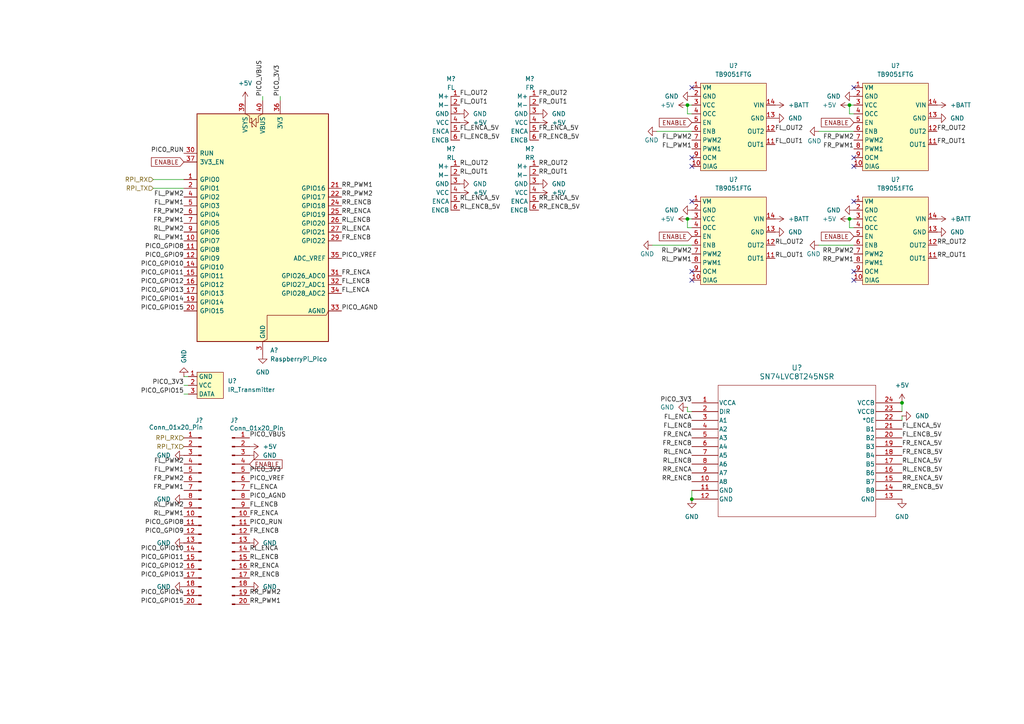
<source format=kicad_sch>
(kicad_sch (version 20250114) (generator "eeschema") (generator_version "9.0")
  (paper "A4")
  (lib_symbols
    (symbol "Connector:Conn_01x20_Pin" (pin_names (offset 1.016) (hide yes))
      (property "Reference" "J" (at 0 25.4 0))
      (property "Value" "Conn_01x20_Pin" (at 0 -27.94 0))
      (symbol "Conn_01x20_Pin_1_1"
        (rectangle (start 0.8636 22.987) (end 0 22.733) (stroke (width 0.1524)) (fill (type outline)))
        (rectangle (start 0.8636 20.447) (end 0 20.193) (stroke (width 0.1524)) (fill (type outline)))
        (rectangle (start 0.8636 17.907) (end 0 17.653) (stroke (width 0.1524)) (fill (type outline)))
        (rectangle (start 0.8636 15.367) (end 0 15.113) (stroke (width 0.1524)) (fill (type outline)))
        (rectangle (start 0.8636 12.827) (end 0 12.573) (stroke (width 0.1524)) (fill (type outline)))
        (rectangle (start 0.8636 10.287) (end 0 10.033) (stroke (width 0.1524)) (fill (type outline)))
        (rectangle (start 0.8636 7.747) (end 0 7.493) (stroke (width 0.1524)) (fill (type outline)))
        (rectangle (start 0.8636 5.207) (end 0 4.953) (stroke (width 0.1524)) (fill (type outline)))
        (rectangle (start 0.8636 2.667) (end 0 2.413) (stroke (width 0.1524)) (fill (type outline)))
        (rectangle (start 0.8636 0.127) (end 0 -0.127) (stroke (width 0.1524)) (fill (type outline)))
        (rectangle (start 0.8636 -2.413) (end 0 -2.667) (stroke (width 0.1524)) (fill (type outline)))
        (rectangle (start 0.8636 -4.953) (end 0 -5.207) (stroke (width 0.1524)) (fill (type outline)))
        (rectangle (start 0.8636 -7.493) (end 0 -7.747) (stroke (width 0.1524)) (fill (type outline)))
        (rectangle (start 0.8636 -10.033) (end 0 -10.287) (stroke (width 0.1524)) (fill (type outline)))
        (rectangle (start 0.8636 -12.573) (end 0 -12.827) (stroke (width 0.1524)) (fill (type outline)))
        (rectangle (start 0.8636 -15.113) (end 0 -15.367) (stroke (width 0.1524)) (fill (type outline)))
        (rectangle (start 0.8636 -17.653) (end 0 -17.907) (stroke (width 0.1524)) (fill (type outline)))
        (rectangle (start 0.8636 -20.193) (end 0 -20.447) (stroke (width 0.1524)) (fill (type outline)))
        (rectangle (start 0.8636 -22.733) (end 0 -22.987) (stroke (width 0.1524)) (fill (type outline)))
        (rectangle (start 0.8636 -25.273) (end 0 -25.527) (stroke (width 0.1524)) (fill (type outline)))
        (polyline (pts (xy 1.27 22.86) (xy 0.8636 22.86)) (stroke (width 0.1524)))
        (polyline (pts (xy 1.27 20.32) (xy 0.8636 20.32)) (stroke (width 0.1524)))
        (polyline (pts (xy 1.27 17.78) (xy 0.8636 17.78)) (stroke (width 0.1524)))
        (polyline (pts (xy 1.27 15.24) (xy 0.8636 15.24)) (stroke (width 0.1524)))
        (polyline (pts (xy 1.27 12.7) (xy 0.8636 12.7)) (stroke (width 0.1524)))
        (polyline (pts (xy 1.27 10.16) (xy 0.8636 10.16)) (stroke (width 0.1524)))
        (polyline (pts (xy 1.27 7.62) (xy 0.8636 7.62)) (stroke (width 0.1524)))
        (polyline (pts (xy 1.27 5.08) (xy 0.8636 5.08)) (stroke (width 0.1524)))
        (polyline (pts (xy 1.27 2.54) (xy 0.8636 2.54)) (stroke (width 0.1524)))
        (polyline (pts (xy 1.27 0) (xy 0.8636 0)) (stroke (width 0.1524)))
        (polyline (pts (xy 1.27 -2.54) (xy 0.8636 -2.54)) (stroke (width 0.1524)))
        (polyline (pts (xy 1.27 -5.08) (xy 0.8636 -5.08)) (stroke (width 0.1524)))
        (polyline (pts (xy 1.27 -7.62) (xy 0.8636 -7.62)) (stroke (width 0.1524)))
        (polyline (pts (xy 1.27 -10.16) (xy 0.8636 -10.16)) (stroke (width 0.1524)))
        (polyline (pts (xy 1.27 -12.7) (xy 0.8636 -12.7)) (stroke (width 0.1524)))
        (polyline (pts (xy 1.27 -15.24) (xy 0.8636 -15.24)) (stroke (width 0.1524)))
        (polyline (pts (xy 1.27 -17.78) (xy 0.8636 -17.78)) (stroke (width 0.1524)))
        (polyline (pts (xy 1.27 -20.32) (xy 0.8636 -20.32)) (stroke (width 0.1524)))
        (polyline (pts (xy 1.27 -22.86) (xy 0.8636 -22.86)) (stroke (width 0.1524)))
        (polyline (pts (xy 1.27 -25.4) (xy 0.8636 -25.4)) (stroke (width 0.1524)))
        (pin passive line (at 5.08 22.86 180) (length 3.81) (name "Pin_1") (number "1"))
        (pin passive line (at 5.08 20.32 180) (length 3.81) (name "Pin_2") (number "2"))
        (pin passive line (at 5.08 17.78 180) (length 3.81) (name "Pin_3") (number "3"))
        (pin passive line (at 5.08 15.24 180) (length 3.81) (name "Pin_4") (number "4"))
        (pin passive line (at 5.08 12.7 180) (length 3.81) (name "Pin_5") (number "5"))
        (pin passive line (at 5.08 10.16 180) (length 3.81) (name "Pin_6") (number "6"))
        (pin passive line (at 5.08 7.62 180) (length 3.81) (name "Pin_7") (number "7"))
        (pin passive line (at 5.08 5.08 180) (length 3.81) (name "Pin_8") (number "8"))
        (pin passive line (at 5.08 2.54 180) (length 3.81) (name "Pin_9") (number "9"))
        (pin passive line (at 5.08 0 180) (length 3.81) (name "Pin_10") (number "10"))
        (pin passive line (at 5.08 -2.54 180) (length 3.81) (name "Pin_11") (number "11"))
        (pin passive line (at 5.08 -5.08 180) (length 3.81) (name "Pin_12") (number "12"))
        (pin passive line (at 5.08 -7.62 180) (length 3.81) (name "Pin_13") (number "13"))
        (pin passive line (at 5.08 -10.16 180) (length 3.81) (name "Pin_14") (number "14"))
        (pin passive line (at 5.08 -12.7 180) (length 3.81) (name "Pin_15") (number "15"))
        (pin passive line (at 5.08 -15.24 180) (length 3.81) (name "Pin_16") (number "16"))
        (pin passive line (at 5.08 -17.78 180) (length 3.81) (name "Pin_17") (number "17"))
        (pin passive line (at 5.08 -20.32 180) (length 3.81) (name "Pin_18") (number "18"))
        (pin passive line (at 5.08 -22.86 180) (length 3.81) (name "Pin_19") (number "19"))
        (pin passive line (at 5.08 -25.4 180) (length 3.81) (name "Pin_20") (number "20"))
      )
    )
    (symbol "MCU_Module:RaspberryPi_Pico" (pin_names (offset 0.762))
      (property "Reference" "A" (at -19.05 35.56 0))
      (property "Value" "RaspberryPi_Pico" (at 7.62 35.56 0))
      (symbol "RaspberryPi_Pico_0_1"
        (rectangle (start -19.05 34.29) (end 19.05 -31.75) (stroke (width 0.254)) (fill (type background)))
        (polyline (pts (xy -5.08 34.29) (xy -3.81 33.655) (xy -3.81 31.75) (xy -3.175 31.75)))
        (polyline (pts (xy -3.429 32.766) (xy -3.429 33.02) (xy -3.175 33.02) (xy -3.175 30.48) (xy -2.921 30.48) (xy -2.921 30.734)))
        (polyline (pts (xy -3.175 31.75) (xy -1.905 33.02) (xy -1.905 30.48) (xy -3.175 31.75)))
        (polyline (pts (xy 0 34.29) (xy -1.27 33.655) (xy -1.27 31.75) (xy -1.905 31.75)))
        (polyline (pts (xy 0 -31.75) (xy 1.27 -31.115) (xy 1.27 -24.13) (xy 18.415 -24.13) (xy 19.05 -22.86)))
      )
      (symbol "RaspberryPi_Pico_1_1"
        (pin passive line (at -22.86 22.86 0) (length 3.81) (name "RUN") (number "30"))
        (pin passive line (at -22.86 20.32 0) (length 3.81) (name "3V3_EN") (number "37"))
        (pin bidirectional line (at -22.86 15.24 0) (length 3.81) (name "GPIO0") (number "1"))
        (pin bidirectional line (at -22.86 12.7 0) (length 3.81) (name "GPIO1") (number "2"))
        (pin bidirectional line (at -22.86 10.16 0) (length 3.81) (name "GPIO2") (number "4"))
        (pin bidirectional line (at -22.86 7.62 0) (length 3.81) (name "GPIO3") (number "5"))
        (pin bidirectional line (at -22.86 5.08 0) (length 3.81) (name "GPIO4") (number "6"))
        (pin bidirectional line (at -22.86 2.54 0) (length 3.81) (name "GPIO5") (number "7"))
        (pin bidirectional line (at -22.86 0 0) (length 3.81) (name "GPIO6") (number "9"))
        (pin bidirectional line (at -22.86 -2.54 0) (length 3.81) (name "GPIO7") (number "10"))
        (pin bidirectional line (at -22.86 -5.08 0) (length 3.81) (name "GPIO8") (number "11"))
        (pin bidirectional line (at -22.86 -7.62 0) (length 3.81) (name "GPIO9") (number "12"))
        (pin bidirectional line (at -22.86 -10.16 0) (length 3.81) (name "GPIO10") (number "14"))
        (pin bidirectional line (at -22.86 -12.7 0) (length 3.81) (name "GPIO11") (number "15"))
        (pin bidirectional line (at -22.86 -15.24 0) (length 3.81) (name "GPIO12") (number "16"))
        (pin bidirectional line (at -22.86 -17.78 0) (length 3.81) (name "GPIO13") (number "17"))
        (pin bidirectional line (at -22.86 -20.32 0) (length 3.81) (name "GPIO14") (number "19"))
        (pin bidirectional line (at -22.86 -22.86 0) (length 3.81) (name "GPIO15") (number "20"))
        (pin power_in line (at -5.08 38.1 270) (length 3.81) (name "VSYS") (number "39"))
        (pin power_out line (at 0 38.1 270) (length 3.81) (name "VBUS") (number "40"))
        (pin passive line (at 0 -35.56 90) (length 3.81) (hide yes) (name "GND") (number "13"))
        (pin passive line (at 0 -35.56 90) (length 3.81) (hide yes) (name "GND") (number "18"))
        (pin passive line (at 0 -35.56 90) (length 3.81) (hide yes) (name "GND") (number "23"))
        (pin passive line (at 0 -35.56 90) (length 3.81) (hide yes) (name "GND") (number "28"))
        (pin power_out line (at 0 -35.56 90) (length 3.81) (name "GND") (number "3"))
        (pin passive line (at 0 -35.56 90) (length 3.81) (hide yes) (name "GND") (number "38"))
        (pin passive line (at 0 -35.56 90) (length 3.81) (hide yes) (name "GND") (number "8"))
        (pin power_out line (at 5.08 38.1 270) (length 3.81) (name "3V3") (number "36"))
        (pin bidirectional line (at 22.86 12.7 180) (length 3.81) (name "GPIO16") (number "21"))
        (pin bidirectional line (at 22.86 10.16 180) (length 3.81) (name "GPIO17") (number "22"))
        (pin bidirectional line (at 22.86 7.62 180) (length 3.81) (name "GPIO18") (number "24"))
        (pin bidirectional line (at 22.86 5.08 180) (length 3.81) (name "GPIO19") (number "25"))
        (pin bidirectional line (at 22.86 2.54 180) (length 3.81) (name "GPIO20") (number "26"))
        (pin bidirectional line (at 22.86 0 180) (length 3.81) (name "GPIO21") (number "27"))
        (pin bidirectional line (at 22.86 -2.54 180) (length 3.81) (name "GPIO22") (number "29"))
        (pin power_in line (at 22.86 -7.62 180) (length 3.81) (name "ADC_VREF") (number "35"))
        (pin bidirectional line (at 22.86 -12.7 180) (length 3.81) (name "GPIO26_ADC0") (number "31"))
        (pin bidirectional line (at 22.86 -15.24 180) (length 3.81) (name "GPIO27_ADC1") (number "32"))
        (pin bidirectional line (at 22.86 -17.78 180) (length 3.81) (name "GPIO28_ADC2") (number "34"))
        (pin power_out line (at 22.86 -22.86 180) (length 3.81) (name "AGND") (number "33"))
      )
    )
    (symbol "ieee:IR_Transmitter"
      (property "Reference" "U" (at 0 5.588 0))
      (symbol "IR_Transmitter_1_1"
        (rectangle (start -3.81 3.81) (end 3.81 -3.81) (fill (type background)))
        (pin power_in line (at -6.35 2.54 0) (length 2.54) (name "GND") (number "1"))
        (pin power_in line (at -6.35 0 0) (length 2.54) (name "VCC") (number "2"))
        (pin input line (at -6.35 -2.54 0) (length 2.54) (name "DATA") (number "3"))
      )
    )
    (symbol "ieee:Pololu_Gearmotor"
      (property "Reference" "J" (at 0 3.556 0))
      (symbol "Pololu_Gearmotor_0_1"
        (polyline (pts (xy -1.27 0) (xy -1.27 -12.7)))
      )
      (symbol "Pololu_Gearmotor_1_1"
        (pin power_in line (at 1.27 0 180) (length 2.54) (name "M+") (number "1"))
        (pin power_in line (at 1.27 -2.54 180) (length 2.54) (name "M-") (number "2"))
        (pin power_in line (at 1.27 -5.08 180) (length 2.54) (name "GND") (number "3"))
        (pin power_in line (at 1.27 -7.62 180) (length 2.54) (name "VCC") (number "4"))
        (pin output line (at 1.27 -10.16 180) (length 2.54) (name "ENCA") (number "5"))
        (pin output line (at 1.27 -12.7 180) (length 2.54) (name "ENCB") (number "6"))
      )
    )
    (symbol "ieee:SN74LVC8T245NSR" (pin_names (offset 0.254))
      (property "Reference" "U" (at 30.48 10.16 0))
      (property "Value" "SN74LVC8T245NSR" (at 30.48 7.62 0))
      (symbol "SN74LVC8T245NSR_0_1"
        (polyline (pts (xy 7.62 5.08) (xy 7.62 -33.02)) (stroke (width 0.127)))
        (polyline (pts (xy 7.62 -33.02) (xy 53.34 -33.02)) (stroke (width 0.127)))
        (polyline (pts (xy 53.34 5.08) (xy 7.62 5.08)) (stroke (width 0.127)))
        (polyline (pts (xy 53.34 -33.02) (xy 53.34 5.08)) (stroke (width 0.127)))
        (pin power_in line (at 0 0 0) (length 7.62) (name "VCCA") (number "1"))
        (pin input line (at 0 -2.54 0) (length 7.62) (name "DIR") (number "2"))
        (pin bidirectional line (at 0 -5.08 0) (length 7.62) (name "A1") (number "3"))
        (pin bidirectional line (at 0 -7.62 0) (length 7.62) (name "A2") (number "4"))
        (pin bidirectional line (at 0 -10.16 0) (length 7.62) (name "A3") (number "5"))
        (pin bidirectional line (at 0 -12.7 0) (length 7.62) (name "A4") (number "6"))
        (pin bidirectional line (at 0 -15.24 0) (length 7.62) (name "A5") (number "7"))
        (pin bidirectional line (at 0 -17.78 0) (length 7.62) (name "A6") (number "8"))
        (pin bidirectional line (at 0 -20.32 0) (length 7.62) (name "A7") (number "9"))
        (pin bidirectional line (at 0 -22.86 0) (length 7.62) (name "A8") (number "10"))
        (pin power_in line (at 0 -25.4 0) (length 7.62) (name "GND") (number "11"))
        (pin power_in line (at 0 -27.94 0) (length 7.62) (name "GND") (number "12"))
        (pin power_in line (at 60.96 0 180) (length 7.62) (name "VCCB") (number "24"))
        (pin power_in line (at 60.96 -2.54 180) (length 7.62) (name "VCCB") (number "23"))
        (pin input line (at 60.96 -5.08 180) (length 7.62) (name "*OE") (number "22"))
        (pin bidirectional line (at 60.96 -7.62 180) (length 7.62) (name "B1") (number "21"))
        (pin bidirectional line (at 60.96 -10.16 180) (length 7.62) (name "B2") (number "20"))
        (pin bidirectional line (at 60.96 -12.7 180) (length 7.62) (name "B3") (number "19"))
        (pin bidirectional line (at 60.96 -15.24 180) (length 7.62) (name "B4") (number "18"))
        (pin bidirectional line (at 60.96 -17.78 180) (length 7.62) (name "B5") (number "17"))
        (pin bidirectional line (at 60.96 -20.32 180) (length 7.62) (name "B6") (number "16"))
        (pin bidirectional line (at 60.96 -22.86 180) (length 7.62) (name "B7") (number "15"))
        (pin bidirectional line (at 60.96 -25.4 180) (length 7.62) (name "B8") (number "14"))
        (pin power_in line (at 60.96 -27.94 180) (length 7.62) (name "GND") (number "13"))
      )
    )
    (symbol "ieee:TB9051FTG"
      (property "Reference" "U" (at 0 0 0))
      (property "Value" "TB9051FTG" (at 0 0 0))
      (symbol "TB9051FTG_1_1"
        (rectangle (start -8.89 -2.54) (end 10.16 -27.94) (fill (type background)))
        (pin power_out line (at -11.43 -3.81 0) (length 2.54) (name "VM") (number "1"))
        (pin power_in line (at -11.43 -6.35 0) (length 2.54) (name "GND") (number "2"))
        (pin power_in line (at -11.43 -8.89 0) (length 2.54) (name "VCC") (number "3"))
        (pin input line (at -11.43 -11.43 0) (length 2.54) (name "OCC") (number "4"))
        (pin input line (at -11.43 -13.97 0) (length 2.54) (name "EN") (number "5"))
        (pin input line (at -11.43 -16.51 0) (length 2.54) (name "ENB") (number "6"))
        (pin input line (at -11.43 -19.05 0) (length 2.54) (name "PWM2") (number "7"))
        (pin input line (at -11.43 -21.59 0) (length 2.54) (name "PWM1") (number "8"))
        (pin output line (at -11.43 -24.13 0) (length 2.54) (name "OCM") (number "9"))
        (pin open_collector line (at -11.43 -26.67 0) (length 2.54) (name "DIAG") (number "10"))
        (pin power_in line (at 12.7 -8.89 180) (length 2.54) (name "VIN") (number "14"))
        (pin power_in line (at 12.7 -12.7 180) (length 2.54) (name "GND") (number "13"))
        (pin power_out line (at 12.7 -16.51 180) (length 2.54) (name "OUT2") (number "12"))
        (pin power_out line (at 12.7 -20.32 180) (length 2.54) (name "OUT1") (number "11"))
      )
    )
    (symbol "power:+5V" (power) (pin_numbers (hide yes)) (pin_names (offset 0) (hide yes))
      (property "Value" "+5V" (at 0 3.556 0))
      (symbol "+5V_0_1"
        (polyline (pts (xy -0.762 1.27) (xy 0 2.54)))
        (polyline (pts (xy 0 2.54) (xy 0.762 1.27)))
        (polyline (pts (xy 0 0) (xy 0 2.54)))
      )
      (symbol "+5V_1_1"
        (pin power_in line (at 0 0 90) (length 0) (name "~") (number "1"))
      )
    )
    (symbol "power:+BATT" (power) (pin_numbers (hide yes)) (pin_names (offset 0) (hide yes))
      (property "Value" "+BATT" (at 0 3.556 0))
      (symbol "+BATT_0_1"
        (polyline (pts (xy -0.762 1.27) (xy 0 2.54)))
        (polyline (pts (xy 0 2.54) (xy 0.762 1.27)))
        (polyline (pts (xy 0 0) (xy 0 2.54)))
      )
      (symbol "+BATT_1_1"
        (pin power_in line (at 0 0 90) (length 0) (name "~") (number "1"))
      )
    )
    (symbol "power:GND" (power) (pin_numbers (hide yes)) (pin_names (offset 0) (hide yes))
      (property "Value" "GND" (at 0 -3.81 0))
      (symbol "GND_0_1"
        (polyline (pts (xy 0 0) (xy 0 -1.27) (xy 1.27 -1.27) (xy 0 -2.54) (xy -1.27 -1.27) (xy 0 -1.27)))
      )
      (symbol "GND_1_1"
        (pin power_in line (at 0 0 270) (length 0) (name "~") (number "1"))
      )
    )
  )
  (junction (at 261.62 116.84))
  (junction (at 246.38 63.5))
  (junction (at 200.66 144.78))
  (junction (at 199.39 63.5))
  (junction (at 199.39 30.48))
  (junction (at 246.38 30.48))
  (no_connect (at 200.66 78.74))
  (no_connect (at 247.65 45.72))
  (no_connect (at 247.65 78.74))
  (no_connect (at 200.66 58.42))
  (no_connect (at 200.66 45.72))
  (no_connect (at 247.65 25.4))
  (no_connect (at 247.65 81.28))
  (no_connect (at 247.65 58.42))
  (no_connect (at 247.65 48.26))
  (no_connect (at 200.66 25.4))
  (no_connect (at 200.66 48.26))
  (no_connect (at 200.66 81.28))
  (wire (pts (xy 44.45 52.07) (xy 53.34 52.07)))
  (wire (pts (xy 199.39 119.38) (xy 200.66 119.38)))
  (wire (pts (xy 237.49 71.12) (xy 247.65 71.12)))
  (wire (pts (xy 261.62 120.65) (xy 261.62 121.92)))
  (wire (pts (xy 247.65 66.04) (xy 246.38 66.04)))
  (wire (pts (xy 199.39 30.48) (xy 200.66 30.48)))
  (wire (pts (xy 190.5 38.1) (xy 200.66 38.1)))
  (wire (pts (xy 53.34 114.3) (xy 54.61 114.3)))
  (wire (pts (xy 246.38 30.48) (xy 246.38 33.02)))
  (wire (pts (xy 200.66 66.04) (xy 199.39 66.04)))
  (wire (pts (xy 199.39 30.48) (xy 199.39 33.02)))
  (wire (pts (xy 246.38 63.5) (xy 246.38 66.04)))
  (wire (pts (xy 76.2 27.94) (xy 76.2 29.21)))
  (wire (pts (xy 237.49 38.1) (xy 247.65 38.1)))
  (wire (pts (xy 53.34 111.76) (xy 54.61 111.76)))
  (wire (pts (xy 199.39 118.11) (xy 199.39 119.38)))
  (wire (pts (xy 199.39 63.5) (xy 199.39 66.04)))
  (wire (pts (xy 261.62 116.84) (xy 261.62 119.38)))
  (wire (pts (xy 44.45 54.61) (xy 53.34 54.61)))
  (wire (pts (xy 200.66 33.02) (xy 199.39 33.02)))
  (wire (pts (xy 189.23 71.12) (xy 200.66 71.12)))
  (wire (pts (xy 53.34 109.22) (xy 54.61 109.22)))
  (wire (pts (xy 199.39 63.5) (xy 200.66 63.5)))
  (wire (pts (xy 81.28 27.94) (xy 81.28 29.21)))
  (wire (pts (xy 246.38 30.48) (xy 247.65 30.48)))
  (wire (pts (xy 200.66 142.24) (xy 200.66 144.78)))
  (wire (pts (xy 247.65 33.02) (xy 246.38 33.02)))
  (wire (pts (xy 246.38 63.5) (xy 247.65 63.5)))
  (label "RR_ENCB_5V" (at 156.21 60.96 0))
  (label "FL_OUT1" (at 133.35 30.48 0))
  (label "RL_OUT1" (at 133.35 50.8 0))
  (label "FR_PWM2" (at 53.34 62.23 180))
  (label "RL_OUT1" (at 224.79 74.93 0))
  (label "RL_PWM1" (at 53.34 69.85 180))
  (label "FL_ENCB" (at 72.39 147.32 0))
  (label "FR_PWM1" (at 247.65 43.18 180))
  (label "FR_ENCA" (at 99.06 80.01 0))
  (label "PICO_VBUS" (at 76.2 27.94 90))
  (label "PICO_GPIO13" (at 53.34 85.09 180))
  (label "RL_OUT2" (at 133.35 48.26 0))
  (label "FR_ENCB" (at 200.66 129.54 180))
  (label "FR_OUT1" (at 271.78 41.91 0))
  (label "RR_PWM2" (at 247.65 73.66 180))
  (label "PICO_GPIO8" (at 53.34 72.39 180))
  (label "FL_ENCA" (at 99.06 85.09 0))
  (label "FL_PWM2" (at 53.34 134.62 180))
  (label "FL_PWM2" (at 53.34 57.15 180))
  (label "RR_ENCA_5V" (at 261.62 139.7 0))
  (label "FR_OUT2" (at 271.78 38.1 0))
  (label "FL_PWM2" (at 200.66 40.64 180))
  (label "FL_ENCA_5V" (at 133.35 38.1 0))
  (label "FL_ENCB_5V" (at 133.35 40.64 0))
  (label "FL_PWM1" (at 200.66 43.18 180))
  (label "FR_OUT2" (at 156.21 27.94 0))
  (label "RR_ENCB" (at 72.39 167.64 0))
  (label "FR_PWM1" (at 53.34 142.24 180))
  (label "FR_ENCB" (at 72.39 154.94 0))
  (label "FL_ENCA" (at 72.39 142.24 0))
  (label "PICO_3V3" (at 81.28 27.94 90))
  (label "FR_PWM2" (at 247.65 40.64 180))
  (label "FL_PWM1" (at 53.34 137.16 180))
  (label "FR_ENCA_5V" (at 261.62 129.54 0))
  (label "RL_OUT2" (at 224.79 71.12 0))
  (label "RR_ENCB_5V" (at 261.62 142.24 0))
  (label "RR_OUT1" (at 156.21 50.8 0))
  (label "RR_OUT2" (at 156.21 48.26 0))
  (label "FL_ENCA_5V" (at 261.62 124.46 0))
  (label "RL_ENCB" (at 200.66 134.62 180))
  (label "RR_PWM1" (at 247.65 76.2 180))
  (label "PICO_3V3" (at 53.34 111.76 180))
  (label "PICO_VREF" (at 99.06 74.93 0))
  (label "PICO_GPIO15" (at 53.34 90.17 180))
  (label "FR_PWM1" (at 53.34 64.77 180))
  (label "RR_PWM1" (at 99.06 54.61 0))
  (label "PICO_RUN" (at 72.39 152.4 0))
  (label "RL_PWM2" (at 53.34 147.32 180))
  (label "FR_ENCB_5V" (at 156.21 40.64 0))
  (label "PICO_GPIO10" (at 53.34 77.47 180))
  (label "FR_ENCB" (at 99.06 69.85 0))
  (label "FL_PWM1" (at 53.34 59.69 180))
  (label "RR_ENCB" (at 99.06 59.69 0))
  (label "PICO_GPIO14" (at 53.34 87.63 180))
  (label "PICO_3V3" (at 72.39 137.16 0))
  (label "RR_ENCA" (at 200.66 137.16 180))
  (label "RL_PWM2" (at 200.66 73.66 180))
  (label "FL_ENCA" (at 200.66 121.92 180))
  (label "RR_OUT1" (at 271.78 74.93 0))
  (label "PICO_GPIO11" (at 53.34 162.56 180))
  (label "FL_ENCB" (at 200.66 124.46 180))
  (label "RL_ENCB" (at 99.06 64.77 0))
  (label "RL_PWM2" (at 53.34 67.31 180))
  (label "PICO_GPIO15" (at 53.34 175.26 180))
  (label "FL_OUT1" (at 224.79 41.91 0))
  (label "RR_ENCA" (at 72.39 165.1 0))
  (label "FL_ENCB_5V" (at 261.62 127 0))
  (label "PICO_VREF" (at 72.39 139.7 0))
  (label "PICO_GPIO8" (at 53.34 152.4 180))
  (label "PICO_3V3" (at 200.66 116.84 180))
  (label "PICO_GPIO9" (at 53.34 154.94 180))
  (label "FR_ENCA" (at 72.39 149.86 0))
  (label "RL_ENCA" (at 200.66 132.08 180))
  (label "PICO_GPIO10" (at 53.34 160.02 180))
  (label "PICO_GPIO14" (at 53.34 172.72 180))
  (label "RL_ENCA" (at 72.39 160.02 0))
  (label "RR_PWM1" (at 72.39 175.26 0))
  (label "PICO_AGND" (at 99.06 90.17 0))
  (label "FR_PWM2" (at 53.34 139.7 180))
  (label "RL_ENCB" (at 72.39 162.56 0))
  (label "FR_ENCA" (at 200.66 127 180))
  (label "RR_ENCB" (at 200.66 139.7 180))
  (label "FL_OUT2" (at 133.35 27.94 0))
  (label "PICO_GPIO12" (at 53.34 82.55 180))
  (label "RL_ENCA_5V" (at 261.62 134.62 0))
  (label "FR_ENCB_5V" (at 261.62 132.08 0))
  (label "FR_ENCA_5V" (at 156.21 38.1 0))
  (label "PICO_GPIO11" (at 53.34 80.01 180))
  (label "RR_ENCA_5V" (at 156.21 58.42 0))
  (label "PICO_GPIO9" (at 53.34 74.93 180))
  (label "FL_OUT2" (at 224.79 38.1 0))
  (label "RL_ENCA" (at 99.06 67.31 0))
  (label "RR_PWM2" (at 72.39 172.72 0))
  (label "RL_ENCB_5V" (at 133.35 60.96 0))
  (label "PICO_GPIO12" (at 53.34 165.1 180))
  (label "RR_OUT2" (at 271.78 71.12 0))
  (label "RR_ENCA" (at 99.06 62.23 0))
  (label "FR_OUT1" (at 156.21 30.48 0))
  (label "RL_PWM1" (at 200.66 76.2 180))
  (label "FL_ENCB" (at 99.06 82.55 0))
  (label "RL_ENCA_5V" (at 133.35 58.42 0))
  (label "PICO_GPIO15" (at 53.34 114.3 180))
  (label "PICO_AGND" (at 72.39 144.78 0))
  (label "RL_PWM1" (at 53.34 149.86 180))
  (label "RL_ENCB_5V" (at 261.62 137.16 0))
  (label "PICO_RUN" (at 53.34 44.45 180))
  (label "PICO_GPIO13" (at 53.34 167.64 180))
  (label "RR_PWM2" (at 99.06 57.15 0))
  (label "PICO_VBUS" (at 72.39 127 0))
  (global_label "ENABLE" (shape input) (at 200.66 68.58 180) (property "Intersheetrefs" "${INTERSHEET_REFS}" (effects (hide yes))))
  (global_label "ENABLE" (shape input) (at 53.34 46.99 180) (property "Intersheetrefs" "${INTERSHEET_REFS}" (effects (hide yes))))
  (global_label "ENABLE" (shape input) (at 200.66 35.56 180) (property "Intersheetrefs" "${INTERSHEET_REFS}" (effects (hide yes))))
  (global_label "ENABLE" (shape input) (at 72.39 134.62 0) (property "Intersheetrefs" "${INTERSHEET_REFS}" (effects (hide yes))))
  (global_label "ENABLE" (shape input) (at 247.65 68.58 180) (property "Intersheetrefs" "${INTERSHEET_REFS}" (effects (hide yes))))
  (global_label "ENABLE" (shape input) (at 247.65 35.56 180) (property "Intersheetrefs" "${INTERSHEET_REFS}" (effects (hide yes))))
  (hierarchical_label "RPI_RX" (shape input) (at 44.45 52.07 180))
  (hierarchical_label "RPI_RX" (shape input) (at 53.34 127 180))
  (hierarchical_label "RPI_TX" (shape input) (at 53.34 129.54 180))
  (hierarchical_label "RPI_TX" (shape input) (at 44.45 54.61 180))
  (symbol (lib_id "power:+5V") (at 133.35 35.56 270) (unit 1)
    (property "Reference" "#PWR?" (effects (hide yes)))
    (property "Value" "+5V" (at 137.16 35.5599 90) (effects (justify left)))
    (property "Description" "Power symbol creates a global label with name \"+5V\"" (effects (hide yes)))
  )
  (symbol (lib_id "power:GND") (at 53.34 157.48 270) (unit 1)
    (property "Reference" "#PWR?" (effects (hide yes)))
    (property "Value" "GND" (at 49.53 157.4799 90) (effects (justify right)))
    (property "Description" "Power symbol creates a global label with name \"GND\" , ground" (effects (hide yes)))
  )
  (symbol (lib_id "power:GND") (at 261.62 144.78 0) (unit 1)
    (property "Reference" "#PWR?" (effects (hide yes)))
    (property "Value" "GND" (at 261.62 149.86 0))
    (property "Description" "Power symbol creates a global label with name \"GND\" , ground" (effects (hide yes)))
  )
  (symbol (lib_id "power:GND") (at 72.39 157.48 90) (unit 1)
    (property "Reference" "#PWR01" (effects (hide yes)))
    (property "Value" "GND" (at 76.2 157.4799 90) (effects (justify right)))
    (property "Description" "Power symbol creates a global label with name \"GND\" , ground" (effects (hide yes)))
  )
  (symbol (lib_id "power:+BATT") (at 224.79 63.5 270) (unit 1)
    (property "Reference" "#PWR?" (effects (hide yes)))
    (property "Value" "+BATT" (at 228.6 63.4999 90) (effects (justify left)))
    (property "Description" "Power symbol creates a global label with name \"+BATT\"" (effects (hide yes)))
  )
  (symbol (lib_id "power:+5V") (at 199.39 30.48 90) (unit 1)
    (property "Reference" "#PWR?" (effects (hide yes)))
    (property "Value" "+5V" (at 195.58 30.4799 90) (effects (justify left)))
    (property "Description" "Power symbol creates a global label with name \"+5V\"" (effects (hide yes)))
  )
  (symbol (lib_id "power:GND") (at 271.78 34.29 90) (unit 1)
    (property "Reference" "#PWR?" (effects (hide yes)))
    (property "Value" "GND" (at 275.59 34.2899 90) (effects (justify right)))
    (property "Description" "Power symbol creates a global label with name \"GND\" , ground" (effects (hide yes)))
  )
  (symbol (lib_id "power:+5V") (at 246.38 63.5 90) (unit 1)
    (property "Reference" "#PWR?" (effects (hide yes)))
    (property "Value" "+5V" (at 242.57 63.4999 90) (effects (justify left)))
    (property "Description" "Power symbol creates a global label with name \"+5V\"" (effects (hide yes)))
  )
  (symbol (lib_id "power:GND") (at 200.66 60.96 270) (unit 1)
    (property "Reference" "#PWR?" (effects (hide yes)))
    (property "Value" "GND" (at 196.85 60.9599 90) (effects (justify right)))
    (property "Description" "Power symbol creates a global label with name \"GND\" , ground" (effects (hide yes)))
  )
  (symbol (lib_id "power:+5V") (at 72.39 129.54 270) (unit 1)
    (property "Reference" "#PWR?" (effects (hide yes)))
    (property "Value" "+5V" (at 76.2 129.5399 90) (effects (justify left)))
    (property "Description" "Power symbol creates a global label with name \"+5V\"" (effects (hide yes)))
  )
  (symbol (lib_id "power:GND") (at 53.34 170.18 270) (unit 1)
    (property "Reference" "#PWR?" (effects (hide yes)))
    (property "Value" "GND" (at 49.53 170.1799 90) (effects (justify right)))
    (property "Description" "Power symbol creates a global label with name \"GND\" , ground" (effects (hide yes)))
  )
  (symbol (lib_id "power:GND") (at 133.35 53.34 90) (unit 1)
    (property "Reference" "#PWR?" (effects (hide yes)))
    (property "Value" "GND" (at 137.16 53.3399 90) (effects (justify right)))
    (property "Description" "Power symbol creates a global label with name \"GND\" , ground" (effects (hide yes)))
  )
  (symbol (lib_id "power:GND") (at 200.66 27.94 270) (unit 1)
    (property "Reference" "#PWR?" (effects (hide yes)))
    (property "Value" "GND" (at 196.85 27.9399 90) (effects (justify right)))
    (property "Description" "Power symbol creates a global label with name \"GND\" , ground" (effects (hide yes)))
  )
  (symbol (lib_id "power:GND") (at 237.49 38.1 270) (unit 1)
    (property "Reference" "#PWR?" (effects (hide yes)))
    (property "Value" "GND" (at 236.22 40.894 90))
    (property "Description" "Power symbol creates a global label with name \"GND\" , ground" (effects (hide yes)))
  )
  (symbol (lib_id "power:GND") (at 156.21 33.02 90) (unit 1)
    (property "Reference" "#PWR?" (effects (hide yes)))
    (property "Value" "GND" (at 160.02 33.0199 90) (effects (justify right)))
    (property "Description" "Power symbol creates a global label with name \"GND\" , ground" (effects (hide yes)))
  )
  (symbol (lib_id "power:GND") (at 199.39 118.11 270) (unit 1)
    (property "Reference" "#PWR?" (effects (hide yes)))
    (property "Value" "GND" (at 195.58 118.1099 90) (effects (justify right)))
    (property "Description" "Power symbol creates a global label with name \"GND\" , ground" (effects (hide yes)))
  )
  (symbol (lib_id "power:GND") (at 224.79 34.29 90) (unit 1)
    (property "Reference" "#PWR?" (effects (hide yes)))
    (property "Value" "GND" (at 228.6 34.2899 90) (effects (justify right)))
    (property "Description" "Power symbol creates a global label with name \"GND\" , ground" (effects (hide yes)))
  )
  (symbol (lib_id "ieee:TB9051FTG") (at 212.09 21.59 0) (unit 1)
    (property "Reference" "U?" (at 212.725 19.05 0))
    (property "Value" "TB9051FTG" (at 212.725 21.59 0))
    (property "Footprint" "ieee:TB9051FTG" (effects (hide yes)))
  )
  (symbol (lib_id "power:GND") (at 156.21 53.34 90) (unit 1)
    (property "Reference" "#PWR?" (effects (hide yes)))
    (property "Value" "GND" (at 160.02 53.3399 90) (effects (justify right)))
    (property "Description" "Power symbol creates a global label with name \"GND\" , ground" (effects (hide yes)))
  )
  (symbol (lib_id "power:+5V") (at 71.12 29.21 0) (unit 1)
    (property "Reference" "#PWR?" (effects (hide yes)))
    (property "Value" "+5V" (at 71.12 24.13 0))
    (property "Description" "Power symbol creates a global label with name \"+5V\"" (effects (hide yes)))
  )
  (symbol (lib_id "Connector:Conn_01x20_Pin") (at 67.31 149.86 0) (unit 1)
    (property "Reference" "J?" (at 67.945 121.92 0))
    (property "Value" "Conn_01x20_Pin" (at 74.422 124.206 0))
    (property "Footprint" "Connector_PinHeader_2.54mm:PinHeader_1x20_P2.54mm_Vertical" (effects (hide yes)))
    (property "Description" "Generic connector, single row, 01x20, script generated" (effects (hide yes)))
  )
  (symbol (lib_id "ieee:TB9051FTG") (at 259.08 21.59 0) (unit 1)
    (property "Reference" "U?" (at 259.715 19.05 0))
    (property "Value" "TB9051FTG" (at 259.715 21.59 0))
    (property "Footprint" "ieee:TB9051FTG" (effects (hide yes)))
  )
  (symbol (lib_id "power:+5V") (at 261.62 116.84 0) (unit 1)
    (property "Reference" "#PWR?" (effects (hide yes)))
    (property "Value" "+5V" (at 261.62 111.76 0))
    (property "Description" "Power symbol creates a global label with name \"+5V\"" (effects (hide yes)))
  )
  (symbol (lib_id "power:GND") (at 271.78 67.31 90) (unit 1)
    (property "Reference" "#PWR?" (effects (hide yes)))
    (property "Value" "GND" (at 275.59 67.3099 90) (effects (justify right)))
    (property "Description" "Power symbol creates a global label with name \"GND\" , ground" (effects (hide yes)))
  )
  (symbol (lib_id "power:GND") (at 53.34 109.22 180) (unit 1)
    (property "Reference" "#PWR?" (effects (hide yes)))
    (property "Value" "GND" (at 53.3401 105.41 90) (effects (justify right)))
    (property "Description" "Power symbol creates a global label with name \"GND\" , ground" (effects (hide yes)))
  )
  (symbol (lib_id "power:GND") (at 53.34 132.08 270) (unit 1)
    (property "Reference" "#PWR?" (effects (hide yes)))
    (property "Value" "GND" (at 49.53 132.0799 90) (effects (justify right)))
    (property "Description" "Power symbol creates a global label with name \"GND\" , ground" (effects (hide yes)))
  )
  (symbol (lib_id "power:GND") (at 53.34 144.78 270) (unit 1)
    (property "Reference" "#PWR?" (effects (hide yes)))
    (property "Value" "GND" (at 49.53 144.7799 90) (effects (justify right)))
    (property "Description" "Power symbol creates a global label with name \"GND\" , ground" (effects (hide yes)))
  )
  (symbol (lib_id "power:+BATT") (at 271.78 30.48 270) (unit 1)
    (property "Reference" "#PWR?" (effects (hide yes)))
    (property "Value" "+BATT" (at 275.59 30.4799 90) (effects (justify left)))
    (property "Description" "Power symbol creates a global label with name \"+BATT\"" (effects (hide yes)))
  )
  (symbol (lib_id "power:GND") (at 190.5 38.1 270) (unit 1)
    (property "Reference" "#PWR?" (effects (hide yes)))
    (property "Value" "GND" (at 188.976 40.64 90))
    (property "Description" "Power symbol creates a global label with name \"GND\" , ground" (effects (hide yes)))
  )
  (symbol (lib_id "ieee:TB9051FTG") (at 212.09 54.61 0) (unit 1)
    (property "Reference" "U?" (at 212.725 52.07 0))
    (property "Value" "TB9051FTG" (at 212.725 54.61 0))
    (property "Footprint" "ieee:TB9051FTG" (effects (hide yes)))
  )
  (symbol (lib_id "power:+5V") (at 246.38 30.48 90) (unit 1)
    (property "Reference" "#PWR?" (effects (hide yes)))
    (property "Value" "+5V" (at 242.57 30.4799 90) (effects (justify left)))
    (property "Description" "Power symbol creates a global label with name \"+5V\"" (effects (hide yes)))
  )
  (symbol (lib_id "ieee:TB9051FTG") (at 259.08 54.61 0) (unit 1)
    (property "Reference" "U?" (at 259.715 52.07 0))
    (property "Value" "TB9051FTG" (at 259.715 54.61 0))
    (property "Footprint" "ieee:TB9051FTG" (effects (hide yes)))
  )
  (symbol (lib_id "ieee:Pololu_Gearmotor") (at 154.94 48.26 0) (unit 1)
    (property "Reference" "M?" (at 153.67 43.18 0))
    (property "Value" "RR" (at 153.67 45.72 0))
    (property "Footprint" "Connector_PinHeader_2.54mm:PinHeader_1x06_P2.54mm_Vertical" (effects (hide yes)))
  )
  (symbol (lib_id "power:+5V") (at 199.39 63.5 90) (unit 1)
    (property "Reference" "#PWR?" (effects (hide yes)))
    (property "Value" "+5V" (at 195.58 63.4999 90) (effects (justify left)))
    (property "Description" "Power symbol creates a global label with name \"+5V\"" (effects (hide yes)))
  )
  (symbol (lib_id "ieee:Pololu_Gearmotor") (at 132.08 27.94 0) (unit 1)
    (property "Reference" "M?" (at 130.81 22.86 0))
    (property "Value" "FL" (at 130.81 25.4 0))
    (property "Footprint" "Connector_PinHeader_2.54mm:PinHeader_1x06_P2.54mm_Vertical" (effects (hide yes)))
  )
  (symbol (lib_id "ieee:SN74LVC8T245NSR") (at 200.66 116.84 0) (unit 1)
    (property "Reference" "U?" (at 231.14 106.68 0) (effects (font (size 1.524 1.524))))
    (property "Value" "SN74LVC8T245NSR" (at 231.14 109.22 0) (effects (font (size 1.524 1.524))))
    (property "Footprint" "ieee:NS24" (effects (hide yes)))
    (property "Datasheet" "https://www.ti.com/lit/gpn/sn74lvc8t245" (effects (hide yes)))
  )
  (symbol (lib_id "power:GND") (at 237.49 71.12 270) (unit 1)
    (property "Reference" "#PWR?" (effects (hide yes)))
    (property "Value" "GND" (at 235.966 73.66 90))
    (property "Description" "Power symbol creates a global label with name \"GND\" , ground" (effects (hide yes)))
  )
  (symbol (lib_id "power:GND") (at 72.39 170.18 90) (unit 1)
    (property "Reference" "#PWR?" (effects (hide yes)))
    (property "Value" "GND" (at 76.2 170.1799 90) (effects (justify right)))
    (property "Description" "Power symbol creates a global label with name \"GND\" , ground" (effects (hide yes)))
  )
  (symbol (lib_id "ieee:Pololu_Gearmotor") (at 132.08 48.26 0) (unit 1)
    (property "Reference" "M?" (at 130.81 43.18 0))
    (property "Value" "RL" (at 130.81 45.72 0))
    (property "Footprint" "Connector_PinHeader_2.54mm:PinHeader_1x06_P2.54mm_Vertical" (effects (hide yes)))
  )
  (symbol (lib_id "power:GND") (at 200.66 144.78 0) (unit 1)
    (property "Reference" "#PWR?" (effects (hide yes)))
    (property "Value" "GND" (at 200.66 149.86 0))
    (property "Description" "Power symbol creates a global label with name \"GND\" , ground" (effects (hide yes)))
  )
  (symbol (lib_id "power:+5V") (at 156.21 55.88 270) (unit 1)
    (property "Reference" "#PWR?" (effects (hide yes)))
    (property "Value" "+5V" (at 160.02 55.8799 90) (effects (justify left)))
    (property "Description" "Power symbol creates a global label with name \"+5V\"" (effects (hide yes)))
  )
  (symbol (lib_id "power:GND") (at 247.65 27.94 270) (unit 1)
    (property "Reference" "#PWR?" (effects (hide yes)))
    (property "Value" "GND" (at 243.84 27.9399 90) (effects (justify right)))
    (property "Description" "Power symbol creates a global label with name \"GND\" , ground" (effects (hide yes)))
  )
  (symbol (lib_id "power:GND") (at 224.79 67.31 90) (unit 1)
    (property "Reference" "#PWR?" (effects (hide yes)))
    (property "Value" "GND" (at 228.6 67.3099 90) (effects (justify right)))
    (property "Description" "Power symbol creates a global label with name \"GND\" , ground" (effects (hide yes)))
  )
  (symbol (lib_id "power:+BATT") (at 224.79 30.48 270) (unit 1)
    (property "Reference" "#PWR?" (effects (hide yes)))
    (property "Value" "+BATT" (at 228.6 30.4799 90) (effects (justify left)))
    (property "Description" "Power symbol creates a global label with name \"+BATT\"" (effects (hide yes)))
  )
  (symbol (lib_id "power:GND") (at 133.35 33.02 90) (unit 1)
    (property "Reference" "#PWR?" (effects (hide yes)))
    (property "Value" "GND" (at 137.16 33.0199 90) (effects (justify right)))
    (property "Description" "Power symbol creates a global label with name \"GND\" , ground" (effects (hide yes)))
  )
  (symbol (lib_id "power:GND") (at 261.62 120.65 90) (unit 1)
    (property "Reference" "#PWR?" (effects (hide yes)))
    (property "Value" "GND" (at 265.43 120.6499 90) (effects (justify right)))
    (property "Description" "Power symbol creates a global label with name \"GND\" , ground" (effects (hide yes)))
  )
  (symbol (lib_id "power:+5V") (at 133.35 55.88 270) (unit 1)
    (property "Reference" "#PWR?" (effects (hide yes)))
    (property "Value" "+5V" (at 137.16 55.8799 90) (effects (justify left)))
    (property "Description" "Power symbol creates a global label with name \"+5V\"" (effects (hide yes)))
  )
  (symbol (lib_id "power:+5V") (at 156.21 35.56 270) (unit 1)
    (property "Reference" "#PWR?" (effects (hide yes)))
    (property "Value" "+5V" (at 160.02 35.5599 90) (effects (justify left)))
    (property "Description" "Power symbol creates a global label with name \"+5V\"" (effects (hide yes)))
  )
  (symbol (lib_id "power:GND") (at 72.39 132.08 90) (unit 1)
    (property "Reference" "#PWR?" (effects (hide yes)))
    (property "Value" "GND" (at 76.2 132.0799 90) (effects (justify right)))
    (property "Description" "Power symbol creates a global label with name \"GND\" , ground" (effects (hide yes)))
  )
  (symbol (lib_id "Connector:Conn_01x20_Pin") (at 58.42 149.86 0) (mirror y) (unit 1)
    (property "Reference" "J?" (at 57.785 121.92 0))
    (property "Value" "Conn_01x20_Pin" (at 51.054 123.952 0))
    (property "Footprint" "Connector_PinHeader_2.54mm:PinHeader_1x20_P2.54mm_Vertical" (effects (hide yes)))
    (property "Description" "Generic connector, single row, 01x20, script generated" (effects (hide yes)))
  )
  (symbol (lib_id "power:GND") (at 189.23 71.12 270) (unit 1)
    (property "Reference" "#PWR?" (effects (hide yes)))
    (property "Value" "GND" (at 187.706 73.66 90))
    (property "Description" "Power symbol creates a global label with name \"GND\" , ground" (effects (hide yes)))
  )
  (symbol (lib_id "ieee:IR_Transmitter") (at 60.96 111.76 0) (unit 1)
    (property "Reference" "U?" (at 66.04 110.4899 0) (effects (justify left)))
    (property "Value" "IR_Transmitter" (at 66.04 113.0299 0) (effects (justify left)))
    (property "Footprint" "Connector_PinHeader_2.54mm:PinHeader_1x03_P2.54mm_Vertical" (effects (hide yes)))
  )
  (symbol (lib_id "ieee:Pololu_Gearmotor") (at 154.94 27.94 0) (unit 1)
    (property "Reference" "M?" (at 153.67 22.86 0))
    (property "Value" "FR" (at 153.67 25.4 0))
    (property "Footprint" "Connector_PinHeader_2.54mm:PinHeader_1x06_P2.54mm_Vertical" (effects (hide yes)))
  )
  (symbol (lib_id "MCU_Module:RaspberryPi_Pico") (at 76.2 67.31 0) (unit 1)
    (property "Reference" "A?" (at 78.3433 101.6 0) (effects (justify left)))
    (property "Value" "RaspberryPi_Pico" (at 78.3433 104.14 0) (effects (justify left)))
    (property "Footprint" "Module:RaspberryPi_Pico_Common_Unspecified" (effects (hide yes)))
    (property "Datasheet" "https://datasheets.raspberrypi.com/pico/pico-datasheet.pdf" (effects (hide yes)))
    (property "Description" "Versatile and inexpensive microcontroller module powered by RP2040 dual-core Arm Cortex-M0+ processor up to 133 MHz, 264kB SRAM, 2MB QSPI flash; also supports Raspberry Pi Pico 2" (effects (hide yes)))
  )
  (symbol (lib_id "power:+BATT") (at 271.78 63.5 270) (unit 1)
    (property "Reference" "#PWR?" (effects (hide yes)))
    (property "Value" "+BATT" (at 275.59 63.4999 90) (effects (justify left)))
    (property "Description" "Power symbol creates a global label with name \"+BATT\"" (effects (hide yes)))
  )
  (symbol (lib_id "power:GND") (at 76.2 102.87 0) (unit 1)
    (property "Reference" "#PWR?" (effects (hide yes)))
    (property "Value" "GND" (at 76.2 107.95 0))
    (property "Description" "Power symbol creates a global label with name \"GND\" , ground" (effects (hide yes)))
  )
  (symbol (lib_id "power:GND") (at 247.65 60.96 270) (unit 1)
    (property "Reference" "#PWR?" (effects (hide yes)))
    (property "Value" "GND" (at 243.84 60.9599 90) (effects (justify right)))
    (property "Description" "Power symbol creates a global label with name \"GND\" , ground" (effects (hide yes)))
  )
)
</source>
